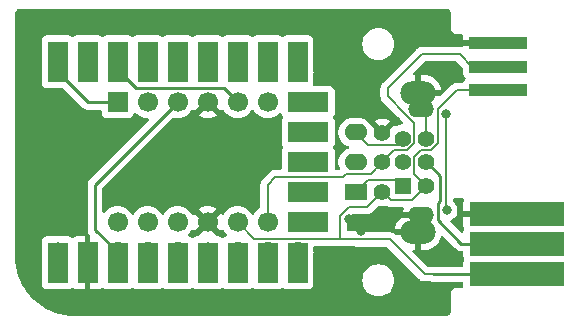
<source format=gtl>
G04 #@! TF.GenerationSoftware,KiCad,Pcbnew,7.0.2*
G04 #@! TF.CreationDate,2024-01-20T07:38:39+00:00*
G04 #@! TF.ProjectId,game-boy-zero-link-board,67616d65-2d62-46f7-992d-7a65726f2d6c,rev?*
G04 #@! TF.SameCoordinates,Original*
G04 #@! TF.FileFunction,Copper,L1,Top*
G04 #@! TF.FilePolarity,Positive*
%FSLAX46Y46*%
G04 Gerber Fmt 4.6, Leading zero omitted, Abs format (unit mm)*
G04 Created by KiCad (PCBNEW 7.0.2) date 2024-01-20 07:38:39*
%MOMM*%
%LPD*%
G01*
G04 APERTURE LIST*
G04 #@! TA.AperFunction,ConnectorPad*
%ADD10R,8.000000X2.000000*%
G04 #@! TD*
G04 #@! TA.AperFunction,ConnectorPad*
%ADD11R,5.000000X1.000000*%
G04 #@! TD*
G04 #@! TA.AperFunction,ComponentPad*
%ADD12C,1.700000*%
G04 #@! TD*
G04 #@! TA.AperFunction,SMDPad,CuDef*
%ADD13R,1.700000X3.500000*%
G04 #@! TD*
G04 #@! TA.AperFunction,ComponentPad*
%ADD14O,1.700000X1.700000*%
G04 #@! TD*
G04 #@! TA.AperFunction,SMDPad,CuDef*
%ADD15R,3.500000X1.700000*%
G04 #@! TD*
G04 #@! TA.AperFunction,ComponentPad*
%ADD16R,1.700000X1.700000*%
G04 #@! TD*
G04 #@! TA.AperFunction,ComponentPad*
%ADD17R,1.940000X1.400000*%
G04 #@! TD*
G04 #@! TA.AperFunction,ComponentPad*
%ADD18R,1.400000X1.400000*%
G04 #@! TD*
G04 #@! TA.AperFunction,ComponentPad*
%ADD19C,1.400000*%
G04 #@! TD*
G04 #@! TA.AperFunction,ComponentPad*
%ADD20O,1.940000X1.400000*%
G04 #@! TD*
G04 #@! TA.AperFunction,ComponentPad*
%ADD21O,3.000000X2.000000*%
G04 #@! TD*
G04 #@! TA.AperFunction,ComponentPad*
%ADD22O,2.200000X1.400000*%
G04 #@! TD*
G04 #@! TA.AperFunction,ViaPad*
%ADD23C,0.800000*%
G04 #@! TD*
G04 #@! TA.AperFunction,Conductor*
%ADD24C,0.200000*%
G04 #@! TD*
G04 #@! TA.AperFunction,Conductor*
%ADD25C,0.250000*%
G04 #@! TD*
G04 #@! TA.AperFunction,Conductor*
%ADD26C,0.500000*%
G04 #@! TD*
G04 APERTURE END LIST*
D10*
X111260000Y-105385000D03*
X111260000Y-102785000D03*
X111260000Y-100285000D03*
D11*
X109710000Y-89785000D03*
X109710000Y-87785000D03*
X109710000Y-85785000D03*
D12*
X72390000Y-88265000D03*
D13*
X72390000Y-87365000D03*
D14*
X74930000Y-88265000D03*
D13*
X74930000Y-87365000D03*
D12*
X77470000Y-88265000D03*
D13*
X77470000Y-87365000D03*
D14*
X80010000Y-88265000D03*
D13*
X80010000Y-87365000D03*
D14*
X82550000Y-88265000D03*
D13*
X82550000Y-87365000D03*
D14*
X85090000Y-88265000D03*
D13*
X85090000Y-87365000D03*
D14*
X87630000Y-88265000D03*
D13*
X87630000Y-87365000D03*
D12*
X90170000Y-88265000D03*
D13*
X90170000Y-87365000D03*
D14*
X92710000Y-88265000D03*
D13*
X92710000Y-87365000D03*
D14*
X92710000Y-90805000D03*
D15*
X93610000Y-90805000D03*
D14*
X92710000Y-93345000D03*
D15*
X93610000Y-93345000D03*
D14*
X92710000Y-95885000D03*
D15*
X93610000Y-95885000D03*
D12*
X92710000Y-98425000D03*
D15*
X93610000Y-98425000D03*
D14*
X92710000Y-100965000D03*
D15*
X93610000Y-100965000D03*
D14*
X92710000Y-103505000D03*
D13*
X92710000Y-104405000D03*
D14*
X90170000Y-103505000D03*
D13*
X90170000Y-104405000D03*
D14*
X87630000Y-103505000D03*
D13*
X87630000Y-104405000D03*
D12*
X85090000Y-103505000D03*
D13*
X85090000Y-104405000D03*
D14*
X82550000Y-103505000D03*
D13*
X82550000Y-104405000D03*
D14*
X80010000Y-103505000D03*
D13*
X80010000Y-104405000D03*
D14*
X77470000Y-103505000D03*
D13*
X77470000Y-104405000D03*
D16*
X74930000Y-103505000D03*
D13*
X74930000Y-104405000D03*
D12*
X72390000Y-103505000D03*
D13*
X72390000Y-104405000D03*
D16*
X77470000Y-90805000D03*
D12*
X80010000Y-90805000D03*
X82550000Y-90805000D03*
X85090000Y-90805000D03*
X87630000Y-90805000D03*
X90170000Y-90805000D03*
X77470000Y-100965000D03*
X80010000Y-100965000D03*
X82550000Y-100965000D03*
X85090000Y-100965000D03*
X87630000Y-100965000D03*
X90170000Y-100965000D03*
D17*
X97630000Y-98405000D03*
D18*
X101600000Y-97885000D03*
D19*
X99900000Y-98385000D03*
X103600000Y-97885000D03*
D20*
X97630000Y-95885000D03*
D19*
X101600000Y-95885000D03*
X99900000Y-95885000D03*
X103600000Y-95885000D03*
D20*
X97630000Y-93365000D03*
D19*
X101600000Y-93885000D03*
X99900000Y-93385000D03*
X103600000Y-93885000D03*
D21*
X102900000Y-90010000D03*
X102900000Y-101810000D03*
D22*
X103200000Y-91385000D03*
X103200000Y-100385000D03*
D23*
X105349500Y-99949000D03*
X105299500Y-91821000D03*
X98044000Y-101727000D03*
X97028000Y-100711000D03*
X106172000Y-100965000D03*
D24*
X98650000Y-97385000D02*
X97630000Y-98405000D01*
X101600000Y-97885000D02*
X101100000Y-97385000D01*
X101100000Y-97385000D02*
X98650000Y-97385000D01*
X105349500Y-99949000D02*
X105299500Y-99899000D01*
X105299500Y-99899000D02*
X105299500Y-91821000D01*
X97028000Y-99695000D02*
X96266000Y-100457000D01*
X104600000Y-91361000D02*
X104600000Y-94299214D01*
X100600000Y-99085000D02*
X99900000Y-98385000D01*
X103470000Y-105375000D02*
X104140000Y-105375000D01*
X103185786Y-94885000D02*
X102600000Y-95470786D01*
X103600000Y-97885000D02*
X102400000Y-99085000D01*
X89013478Y-102348478D02*
X96266000Y-102348478D01*
X102400000Y-99085000D02*
X100600000Y-99085000D01*
X104014214Y-94885000D02*
X103185786Y-94885000D01*
X102600000Y-96885000D02*
X103600000Y-97885000D01*
X108915000Y-89775000D02*
X106186000Y-89775000D01*
D25*
X104140000Y-105375000D02*
X110465000Y-105375000D01*
D24*
X106186000Y-89775000D02*
X104600000Y-91361000D01*
X96266000Y-100457000D02*
X96266000Y-102348478D01*
X96266000Y-102348478D02*
X97675528Y-102348478D01*
X97675528Y-102348478D02*
X97754050Y-102427000D01*
X87630000Y-100965000D02*
X89013478Y-102348478D01*
X104600000Y-94299214D02*
X104014214Y-94885000D01*
X99900000Y-98385000D02*
X98590000Y-99695000D01*
X97754050Y-102427000D02*
X100522000Y-102427000D01*
X100522000Y-102427000D02*
X103470000Y-105375000D01*
X102600000Y-95470786D02*
X102600000Y-96885000D01*
X98590000Y-99695000D02*
X97028000Y-99695000D01*
X108905000Y-87785000D02*
X107470000Y-87785000D01*
X100330000Y-89634261D02*
X100330000Y-90297000D01*
D25*
X103632000Y-95885000D02*
X104775000Y-97028000D01*
D24*
X96790000Y-96885000D02*
X98900000Y-96885000D01*
X100330000Y-90297000D02*
X101800000Y-91767000D01*
X101800000Y-91767000D02*
X101800000Y-91799214D01*
X102600000Y-94299214D02*
X102014214Y-94885000D01*
X102418000Y-92385000D02*
X102600000Y-92567000D01*
D25*
X104775000Y-97028000D02*
X104775000Y-99187000D01*
D24*
X102014214Y-94885000D02*
X100900000Y-94885000D01*
X103223261Y-86741000D02*
X100330000Y-89634261D01*
X102385786Y-92385000D02*
X102418000Y-92385000D01*
X106426000Y-86741000D02*
X103223261Y-86741000D01*
X100900000Y-94885000D02*
X99900000Y-95885000D01*
X90170000Y-97790000D02*
X90805000Y-97155000D01*
X98900000Y-96885000D02*
X99900000Y-95885000D01*
D25*
X104624500Y-100814500D02*
X106585000Y-102775000D01*
D24*
X107470000Y-87785000D02*
X106426000Y-86741000D01*
X102600000Y-92567000D02*
X102600000Y-94299214D01*
X108915000Y-87775000D02*
X108905000Y-87785000D01*
X96520000Y-97155000D02*
X96790000Y-96885000D01*
X101800000Y-91799214D02*
X102385786Y-92385000D01*
D25*
X103600000Y-95885000D02*
X103632000Y-95885000D01*
D24*
X90805000Y-97155000D02*
X96520000Y-97155000D01*
X90170000Y-100965000D02*
X90170000Y-97790000D01*
D25*
X104775000Y-99187000D02*
X104624500Y-99337500D01*
X106585000Y-102775000D02*
X110465000Y-102775000D01*
X104624500Y-99337500D02*
X104624500Y-100814500D01*
D24*
X98650000Y-94385000D02*
X101100000Y-94385000D01*
X97630000Y-93365000D02*
X98650000Y-94385000D01*
D25*
X75565000Y-97790000D02*
X82550000Y-90805000D01*
X77470000Y-103505000D02*
X75565000Y-101600000D01*
X75565000Y-101600000D02*
X75565000Y-97790000D01*
X77470000Y-90805000D02*
X74930000Y-90805000D01*
X74930000Y-90805000D02*
X72390000Y-88265000D01*
D24*
X103200000Y-91385000D02*
X103200000Y-90310000D01*
X106852000Y-100285000D02*
X106172000Y-100965000D01*
D26*
X109710000Y-85785000D02*
X105470000Y-85785000D01*
X111260000Y-100285000D02*
X106852000Y-100285000D01*
D24*
X103200000Y-90310000D02*
X102900000Y-90010000D01*
X103200000Y-101510000D02*
X102900000Y-101810000D01*
X103600000Y-91785000D02*
X103200000Y-91385000D01*
X103200000Y-100385000D02*
X103200000Y-101510000D01*
X103600000Y-93885000D02*
X103600000Y-91785000D01*
D25*
X77470000Y-88265000D02*
X77660000Y-88265000D01*
X77660000Y-88265000D02*
X79025000Y-89630000D01*
X79025000Y-89630000D02*
X86455000Y-89630000D01*
X86455000Y-89630000D02*
X87630000Y-90805000D01*
G04 #@! TA.AperFunction,Conductor*
G36*
X105313058Y-82886561D02*
G01*
X105348134Y-82891178D01*
X105392214Y-82896982D01*
X105423479Y-82905359D01*
X105489665Y-82932774D01*
X105517699Y-82948960D01*
X105574537Y-82992574D01*
X105597425Y-83015462D01*
X105641039Y-83072300D01*
X105657225Y-83100335D01*
X105684639Y-83166519D01*
X105693017Y-83197786D01*
X105703438Y-83276941D01*
X105704499Y-83293126D01*
X105704499Y-84487699D01*
X105704500Y-84487704D01*
X105704500Y-84606959D01*
X105712190Y-84633152D01*
X105715947Y-84650425D01*
X105719835Y-84677456D01*
X105731173Y-84702282D01*
X105737354Y-84718856D01*
X105745045Y-84745048D01*
X105745046Y-84745050D01*
X105745047Y-84745052D01*
X105759810Y-84768024D01*
X105768283Y-84783542D01*
X105779622Y-84808371D01*
X105797495Y-84828997D01*
X105808097Y-84843161D01*
X105822855Y-84866126D01*
X105843487Y-84884004D01*
X105855992Y-84896509D01*
X105873872Y-84917142D01*
X105896836Y-84931900D01*
X105911002Y-84942504D01*
X105931625Y-84960375D01*
X105931626Y-84960375D01*
X105931627Y-84960376D01*
X105956455Y-84971714D01*
X105971977Y-84980191D01*
X105994944Y-84994951D01*
X106021135Y-85002641D01*
X106037713Y-85008825D01*
X106058191Y-85018176D01*
X106062543Y-85020164D01*
X106089570Y-85024050D01*
X106106849Y-85027809D01*
X106133039Y-85035499D01*
X106593636Y-85035499D01*
X106660675Y-85055184D01*
X106706430Y-85107988D01*
X106716925Y-85172755D01*
X106710354Y-85233869D01*
X106710000Y-85240481D01*
X106709999Y-85534999D01*
X106710000Y-85535000D01*
X107170391Y-85535000D01*
X107168118Y-86035000D01*
X106710000Y-86035000D01*
X106708466Y-86036533D01*
X106690315Y-86098351D01*
X106637511Y-86144106D01*
X106569815Y-86154251D01*
X106465361Y-86140500D01*
X106426000Y-86135317D01*
X106398163Y-86138982D01*
X106394697Y-86139439D01*
X106378513Y-86140500D01*
X103270748Y-86140500D01*
X103254563Y-86139439D01*
X103250637Y-86138922D01*
X103223260Y-86135317D01*
X103188002Y-86139959D01*
X103183900Y-86140500D01*
X103125199Y-86148228D01*
X103066498Y-86155956D01*
X102920422Y-86216462D01*
X102870243Y-86254965D01*
X102794979Y-86312718D01*
X102794977Y-86312719D01*
X102794976Y-86312721D01*
X102775751Y-86337774D01*
X102765059Y-86349965D01*
X99938965Y-89176059D01*
X99926773Y-89186752D01*
X99901718Y-89205978D01*
X99877550Y-89237476D01*
X99805462Y-89331422D01*
X99744956Y-89477498D01*
X99724317Y-89634260D01*
X99728439Y-89665562D01*
X99729500Y-89681748D01*
X99729500Y-90249511D01*
X99728439Y-90265696D01*
X99724317Y-90296999D01*
X99736889Y-90392483D01*
X99744955Y-90453760D01*
X99805464Y-90599841D01*
X99901716Y-90725281D01*
X99926768Y-90744503D01*
X99938964Y-90755199D01*
X101250699Y-92066934D01*
X101265517Y-92089110D01*
X101265526Y-92089104D01*
X101371716Y-92227495D01*
X101396768Y-92246717D01*
X101408964Y-92257413D01*
X101624370Y-92472819D01*
X101657855Y-92534142D01*
X101652871Y-92603834D01*
X101610999Y-92659767D01*
X101545535Y-92684184D01*
X101536689Y-92684500D01*
X101488757Y-92684500D01*
X101379408Y-92704941D01*
X101270058Y-92725382D01*
X101075381Y-92800800D01*
X101005758Y-92806662D01*
X100944018Y-92773952D01*
X100932919Y-92758715D01*
X100931557Y-92759745D01*
X100908860Y-92729690D01*
X100383076Y-93255474D01*
X100359493Y-93175156D01*
X100281761Y-93054202D01*
X100173100Y-92960048D01*
X100042315Y-92900320D01*
X100032533Y-92898913D01*
X100553327Y-92378119D01*
X100437179Y-92306202D01*
X100229801Y-92225864D01*
X100011194Y-92185000D01*
X99788806Y-92185000D01*
X99570198Y-92225864D01*
X99362821Y-92306202D01*
X99246671Y-92378119D01*
X99767466Y-92898913D01*
X99757685Y-92900320D01*
X99626900Y-92960048D01*
X99518239Y-93054202D01*
X99440507Y-93175156D01*
X99416923Y-93255476D01*
X98973487Y-92812040D01*
X98955741Y-92789636D01*
X98937233Y-92759745D01*
X98862124Y-92638438D01*
X98797000Y-92567000D01*
X98712237Y-92474019D01*
X98534688Y-92339941D01*
X98335526Y-92240769D01*
X98121537Y-92179885D01*
X97958363Y-92164765D01*
X97958362Y-92164764D01*
X97955503Y-92164500D01*
X97304497Y-92164500D01*
X97301638Y-92164764D01*
X97301636Y-92164765D01*
X97138462Y-92179885D01*
X96924473Y-92240769D01*
X96725311Y-92339941D01*
X96547762Y-92474019D01*
X96397875Y-92638437D01*
X96280754Y-92827595D01*
X96243842Y-92922876D01*
X96200382Y-93035060D01*
X96159500Y-93253757D01*
X96159500Y-93476243D01*
X96200382Y-93694940D01*
X96235078Y-93784500D01*
X96280754Y-93902404D01*
X96397875Y-94091562D01*
X96547762Y-94255980D01*
X96725311Y-94390058D01*
X96924473Y-94489230D01*
X96982479Y-94505734D01*
X97041573Y-94543013D01*
X97071130Y-94606323D01*
X97061768Y-94675562D01*
X97016458Y-94728749D01*
X96982479Y-94744266D01*
X96924473Y-94760769D01*
X96725311Y-94859941D01*
X96547762Y-94994019D01*
X96397875Y-95158437D01*
X96280754Y-95347595D01*
X96200382Y-95555060D01*
X96159500Y-95773757D01*
X96159500Y-95996243D01*
X96200382Y-96214940D01*
X96200383Y-96214944D01*
X96266537Y-96385706D01*
X96272400Y-96455329D01*
X96239690Y-96517069D01*
X96178794Y-96551324D01*
X96150911Y-96554500D01*
X95984500Y-96554500D01*
X95917461Y-96534815D01*
X95871706Y-96482011D01*
X95860500Y-96430500D01*
X95860499Y-94990439D01*
X95860499Y-94987128D01*
X95854091Y-94927517D01*
X95803796Y-94792669D01*
X95726421Y-94689309D01*
X95702005Y-94623846D01*
X95716857Y-94555573D01*
X95726422Y-94540689D01*
X95764945Y-94489229D01*
X95803796Y-94437331D01*
X95854091Y-94302483D01*
X95860500Y-94242873D01*
X95860499Y-92447128D01*
X95854091Y-92387517D01*
X95803796Y-92252669D01*
X95726421Y-92149310D01*
X95702005Y-92083846D01*
X95716857Y-92015573D01*
X95726422Y-92000689D01*
X95742958Y-91978600D01*
X95803796Y-91897331D01*
X95854091Y-91762483D01*
X95860500Y-91702873D01*
X95860499Y-89907128D01*
X95854091Y-89847517D01*
X95803796Y-89712669D01*
X95717546Y-89597454D01*
X95602331Y-89511204D01*
X95467483Y-89460909D01*
X95407873Y-89454500D01*
X95404551Y-89454500D01*
X94146148Y-89454500D01*
X94079109Y-89434815D01*
X94033354Y-89382011D01*
X94023410Y-89312853D01*
X94029966Y-89287167D01*
X94054090Y-89222485D01*
X94054089Y-89222485D01*
X94054091Y-89222483D01*
X94060500Y-89162873D01*
X94060499Y-88329382D01*
X94060971Y-88318573D01*
X94062177Y-88304797D01*
X94065659Y-88265000D01*
X94060971Y-88211421D01*
X94060499Y-88200614D01*
X94060499Y-85885000D01*
X98194340Y-85885000D01*
X98214936Y-86120407D01*
X98266466Y-86312718D01*
X98276097Y-86348663D01*
X98375965Y-86562829D01*
X98511505Y-86756401D01*
X98678599Y-86923495D01*
X98872171Y-87059035D01*
X99086337Y-87158903D01*
X99314592Y-87220063D01*
X99491034Y-87235500D01*
X99493742Y-87235500D01*
X99606258Y-87235500D01*
X99608966Y-87235500D01*
X99785408Y-87220063D01*
X100013663Y-87158903D01*
X100227829Y-87059035D01*
X100421401Y-86923495D01*
X100588495Y-86756401D01*
X100724035Y-86562830D01*
X100823903Y-86348663D01*
X100885063Y-86120408D01*
X100905659Y-85885000D01*
X100885063Y-85649592D01*
X100823903Y-85421337D01*
X100724035Y-85207171D01*
X100588495Y-85013599D01*
X100421401Y-84846505D01*
X100227829Y-84710965D01*
X100013663Y-84611097D01*
X99785407Y-84549936D01*
X99611667Y-84534736D01*
X99611659Y-84534735D01*
X99608966Y-84534500D01*
X99491034Y-84534500D01*
X99488341Y-84534735D01*
X99488332Y-84534736D01*
X99314592Y-84549936D01*
X99086336Y-84611097D01*
X98872170Y-84710965D01*
X98678598Y-84846505D01*
X98511508Y-85013595D01*
X98511505Y-85013598D01*
X98511505Y-85013599D01*
X98440606Y-85114854D01*
X98375964Y-85207172D01*
X98276097Y-85421337D01*
X98214936Y-85649592D01*
X98194340Y-85885000D01*
X94060499Y-85885000D01*
X94060499Y-85570439D01*
X94060499Y-85567128D01*
X94054091Y-85507517D01*
X94003796Y-85372669D01*
X93917546Y-85257454D01*
X93802331Y-85171204D01*
X93667483Y-85120909D01*
X93607873Y-85114500D01*
X93604550Y-85114500D01*
X91815439Y-85114500D01*
X91815420Y-85114500D01*
X91812128Y-85114501D01*
X91808848Y-85114853D01*
X91808840Y-85114854D01*
X91752515Y-85120909D01*
X91617667Y-85171204D01*
X91514310Y-85248577D01*
X91448846Y-85272994D01*
X91380573Y-85258142D01*
X91365690Y-85248577D01*
X91262333Y-85171205D01*
X91262331Y-85171204D01*
X91127483Y-85120909D01*
X91067873Y-85114500D01*
X91064550Y-85114500D01*
X89275439Y-85114500D01*
X89275420Y-85114500D01*
X89272128Y-85114501D01*
X89268848Y-85114853D01*
X89268840Y-85114854D01*
X89212515Y-85120909D01*
X89077667Y-85171204D01*
X88974310Y-85248577D01*
X88908846Y-85272994D01*
X88840573Y-85258142D01*
X88825690Y-85248577D01*
X88722333Y-85171205D01*
X88722331Y-85171204D01*
X88587483Y-85120909D01*
X88527873Y-85114500D01*
X88524550Y-85114500D01*
X86735439Y-85114500D01*
X86735420Y-85114500D01*
X86732128Y-85114501D01*
X86728848Y-85114853D01*
X86728840Y-85114854D01*
X86672515Y-85120909D01*
X86537667Y-85171204D01*
X86434310Y-85248577D01*
X86368846Y-85272994D01*
X86300573Y-85258142D01*
X86285690Y-85248577D01*
X86182333Y-85171205D01*
X86182331Y-85171204D01*
X86047483Y-85120909D01*
X85987873Y-85114500D01*
X85984550Y-85114500D01*
X84195439Y-85114500D01*
X84195420Y-85114500D01*
X84192128Y-85114501D01*
X84188848Y-85114853D01*
X84188840Y-85114854D01*
X84132515Y-85120909D01*
X83997667Y-85171204D01*
X83894310Y-85248577D01*
X83828846Y-85272994D01*
X83760573Y-85258142D01*
X83745690Y-85248577D01*
X83642333Y-85171205D01*
X83642331Y-85171204D01*
X83507483Y-85120909D01*
X83447873Y-85114500D01*
X83444550Y-85114500D01*
X81655439Y-85114500D01*
X81655420Y-85114500D01*
X81652128Y-85114501D01*
X81648848Y-85114853D01*
X81648840Y-85114854D01*
X81592515Y-85120909D01*
X81457667Y-85171204D01*
X81354310Y-85248577D01*
X81288846Y-85272994D01*
X81220573Y-85258142D01*
X81205690Y-85248577D01*
X81102333Y-85171205D01*
X81102331Y-85171204D01*
X80967483Y-85120909D01*
X80907873Y-85114500D01*
X80904550Y-85114500D01*
X79115439Y-85114500D01*
X79115420Y-85114500D01*
X79112128Y-85114501D01*
X79108848Y-85114853D01*
X79108840Y-85114854D01*
X79052515Y-85120909D01*
X78917667Y-85171204D01*
X78814310Y-85248577D01*
X78748846Y-85272994D01*
X78680573Y-85258142D01*
X78665690Y-85248577D01*
X78562333Y-85171205D01*
X78562331Y-85171204D01*
X78427483Y-85120909D01*
X78367873Y-85114500D01*
X78364550Y-85114500D01*
X76575439Y-85114500D01*
X76575420Y-85114500D01*
X76572128Y-85114501D01*
X76568848Y-85114853D01*
X76568840Y-85114854D01*
X76512515Y-85120909D01*
X76377667Y-85171204D01*
X76274310Y-85248577D01*
X76208846Y-85272994D01*
X76140573Y-85258142D01*
X76125690Y-85248577D01*
X76022333Y-85171205D01*
X76022331Y-85171204D01*
X75887483Y-85120909D01*
X75827873Y-85114500D01*
X75824550Y-85114500D01*
X74035439Y-85114500D01*
X74035420Y-85114500D01*
X74032128Y-85114501D01*
X74028848Y-85114853D01*
X74028840Y-85114854D01*
X73972515Y-85120909D01*
X73837667Y-85171204D01*
X73734310Y-85248577D01*
X73668846Y-85272994D01*
X73600573Y-85258142D01*
X73585690Y-85248577D01*
X73482333Y-85171205D01*
X73482331Y-85171204D01*
X73347483Y-85120909D01*
X73287873Y-85114500D01*
X73284550Y-85114500D01*
X71495439Y-85114500D01*
X71495420Y-85114500D01*
X71492128Y-85114501D01*
X71488848Y-85114853D01*
X71488840Y-85114854D01*
X71432515Y-85120909D01*
X71297669Y-85171204D01*
X71182454Y-85257454D01*
X71096204Y-85372668D01*
X71045910Y-85507515D01*
X71045909Y-85507517D01*
X71039500Y-85567127D01*
X71039500Y-85570449D01*
X71039500Y-88200614D01*
X71039028Y-88211421D01*
X71034340Y-88265000D01*
X71039028Y-88318579D01*
X71039500Y-88329386D01*
X71039500Y-89159560D01*
X71039500Y-89159578D01*
X71039501Y-89162872D01*
X71039853Y-89166152D01*
X71039854Y-89166159D01*
X71045909Y-89222484D01*
X71051371Y-89237128D01*
X71096204Y-89357331D01*
X71182454Y-89472546D01*
X71297669Y-89558796D01*
X71432517Y-89609091D01*
X71492127Y-89615500D01*
X72325613Y-89615499D01*
X72336422Y-89615971D01*
X72390000Y-89620659D01*
X72443578Y-89615971D01*
X72454387Y-89615499D01*
X72804546Y-89615499D01*
X72871585Y-89635184D01*
X72892227Y-89651818D01*
X74429196Y-91188787D01*
X74442096Y-91204888D01*
X74493223Y-91252900D01*
X74496020Y-91255611D01*
X74515529Y-91275120D01*
X74518709Y-91277587D01*
X74527571Y-91285155D01*
X74532389Y-91289680D01*
X74559418Y-91315062D01*
X74576970Y-91324711D01*
X74593238Y-91335397D01*
X74609064Y-91347673D01*
X74649146Y-91365017D01*
X74659633Y-91370155D01*
X74697907Y-91391197D01*
X74706410Y-91393379D01*
X74717308Y-91396178D01*
X74735713Y-91402478D01*
X74754104Y-91410437D01*
X74797250Y-91417270D01*
X74808668Y-91419635D01*
X74850981Y-91430500D01*
X74871016Y-91430500D01*
X74890415Y-91432027D01*
X74910196Y-91435160D01*
X74953674Y-91431050D01*
X74965344Y-91430500D01*
X75995501Y-91430500D01*
X76062540Y-91450185D01*
X76108295Y-91502989D01*
X76119501Y-91554500D01*
X76119501Y-91702872D01*
X76119853Y-91706152D01*
X76119854Y-91706159D01*
X76125909Y-91762484D01*
X76143614Y-91809952D01*
X76176204Y-91897331D01*
X76262454Y-92012546D01*
X76377669Y-92098796D01*
X76512517Y-92149091D01*
X76572127Y-92155500D01*
X78367872Y-92155499D01*
X78427483Y-92149091D01*
X78562331Y-92098796D01*
X78677546Y-92012546D01*
X78763796Y-91897331D01*
X78812810Y-91765916D01*
X78854681Y-91709983D01*
X78920146Y-91685566D01*
X78988419Y-91700418D01*
X79016672Y-91721568D01*
X79138599Y-91843495D01*
X79332170Y-91979035D01*
X79546337Y-92078903D01*
X79753558Y-92134427D01*
X79774592Y-92140063D01*
X80020727Y-92161598D01*
X80085795Y-92187051D01*
X80126774Y-92243641D01*
X80130652Y-92313403D01*
X80097600Y-92372807D01*
X75181208Y-97289199D01*
X75165110Y-97302096D01*
X75117096Y-97353225D01*
X75114392Y-97356016D01*
X75097628Y-97372780D01*
X75097621Y-97372787D01*
X75094880Y-97375529D01*
X75092499Y-97378597D01*
X75092490Y-97378608D01*
X75092411Y-97378711D01*
X75084842Y-97387572D01*
X75054935Y-97419420D01*
X75045285Y-97436974D01*
X75034609Y-97453228D01*
X75022326Y-97469063D01*
X75004975Y-97509158D01*
X74999838Y-97519644D01*
X74978802Y-97557907D01*
X74973821Y-97577309D01*
X74967520Y-97595711D01*
X74959561Y-97614102D01*
X74952728Y-97657242D01*
X74950360Y-97668674D01*
X74939500Y-97710977D01*
X74939500Y-97731016D01*
X74937973Y-97750414D01*
X74934840Y-97770194D01*
X74938950Y-97813673D01*
X74939500Y-97825343D01*
X74939500Y-101517256D01*
X74937235Y-101537766D01*
X74939439Y-101607872D01*
X74939500Y-101611767D01*
X74939500Y-101639350D01*
X74939988Y-101643219D01*
X74939989Y-101643225D01*
X74940004Y-101643343D01*
X74940918Y-101654967D01*
X74942290Y-101698626D01*
X74947879Y-101717860D01*
X74951825Y-101736916D01*
X74954335Y-101756792D01*
X74970414Y-101797404D01*
X74974197Y-101808451D01*
X74986382Y-101850391D01*
X74996580Y-101867635D01*
X75005136Y-101885100D01*
X75012514Y-101903732D01*
X75012515Y-101903733D01*
X75038180Y-101939059D01*
X75044593Y-101948822D01*
X75066826Y-101986416D01*
X75066829Y-101986419D01*
X75066830Y-101986420D01*
X75080995Y-102000585D01*
X75093627Y-102015375D01*
X75105406Y-102031587D01*
X75115956Y-102040315D01*
X75135040Y-102056102D01*
X75174148Y-102114001D01*
X75180000Y-102151646D01*
X75180000Y-103058505D01*
X75075161Y-103010627D01*
X74966473Y-102995000D01*
X74893527Y-102995000D01*
X74784839Y-103010627D01*
X74680000Y-103058505D01*
X74680000Y-102155000D01*
X74035482Y-102155000D01*
X74028867Y-102155354D01*
X73972628Y-102161400D01*
X73837908Y-102211648D01*
X73734726Y-102288890D01*
X73669262Y-102313307D01*
X73600989Y-102298455D01*
X73586111Y-102288894D01*
X73482331Y-102211204D01*
X73347483Y-102160909D01*
X73295816Y-102155354D01*
X73291166Y-102154854D01*
X73291165Y-102154853D01*
X73287873Y-102154500D01*
X73284551Y-102154500D01*
X72454383Y-102154500D01*
X72443576Y-102154028D01*
X72440170Y-102153730D01*
X72389999Y-102149340D01*
X72336422Y-102154028D01*
X72325615Y-102154500D01*
X71495439Y-102154500D01*
X71495420Y-102154500D01*
X71492128Y-102154501D01*
X71488848Y-102154853D01*
X71488840Y-102154854D01*
X71432515Y-102160909D01*
X71297669Y-102211204D01*
X71182454Y-102297454D01*
X71096204Y-102412668D01*
X71096203Y-102412669D01*
X71096204Y-102412669D01*
X71045909Y-102547517D01*
X71039500Y-102607127D01*
X71039500Y-102610449D01*
X71039500Y-103440618D01*
X71039028Y-103451426D01*
X71034340Y-103504999D01*
X71039028Y-103558573D01*
X71039500Y-103569381D01*
X71039500Y-106199560D01*
X71039500Y-106199578D01*
X71039501Y-106202872D01*
X71039853Y-106206152D01*
X71039854Y-106206159D01*
X71045909Y-106262484D01*
X71048301Y-106268896D01*
X71096204Y-106397331D01*
X71182454Y-106512546D01*
X71297669Y-106598796D01*
X71432517Y-106649091D01*
X71492127Y-106655500D01*
X73287872Y-106655499D01*
X73347483Y-106649091D01*
X73482331Y-106598796D01*
X73586107Y-106521108D01*
X73651569Y-106496692D01*
X73719842Y-106511543D01*
X73734727Y-106521109D01*
X73837911Y-106598352D01*
X73972628Y-106648599D01*
X74028867Y-106654645D01*
X74035482Y-106655000D01*
X74680000Y-106655000D01*
X74680000Y-103951494D01*
X74784839Y-103999373D01*
X74893527Y-104015000D01*
X74966473Y-104015000D01*
X75075161Y-103999373D01*
X75180000Y-103951494D01*
X75180000Y-106655000D01*
X75824518Y-106655000D01*
X75831132Y-106654645D01*
X75887371Y-106648599D01*
X76022089Y-106598352D01*
X76125270Y-106521110D01*
X76190734Y-106496692D01*
X76259008Y-106511543D01*
X76273890Y-106521107D01*
X76377669Y-106598796D01*
X76512517Y-106649091D01*
X76572127Y-106655500D01*
X78367872Y-106655499D01*
X78427483Y-106649091D01*
X78562331Y-106598796D01*
X78665689Y-106521421D01*
X78731154Y-106497005D01*
X78799427Y-106511857D01*
X78814309Y-106521421D01*
X78917669Y-106598796D01*
X79052517Y-106649091D01*
X79112127Y-106655500D01*
X80907872Y-106655499D01*
X80967483Y-106649091D01*
X81102331Y-106598796D01*
X81205689Y-106521421D01*
X81271154Y-106497005D01*
X81339427Y-106511857D01*
X81354309Y-106521421D01*
X81457669Y-106598796D01*
X81592517Y-106649091D01*
X81652127Y-106655500D01*
X83447872Y-106655499D01*
X83507483Y-106649091D01*
X83642331Y-106598796D01*
X83745689Y-106521421D01*
X83811154Y-106497005D01*
X83879427Y-106511857D01*
X83894309Y-106521421D01*
X83997669Y-106598796D01*
X84132517Y-106649091D01*
X84192127Y-106655500D01*
X85987872Y-106655499D01*
X86047483Y-106649091D01*
X86182331Y-106598796D01*
X86285689Y-106521421D01*
X86351154Y-106497005D01*
X86419427Y-106511857D01*
X86434309Y-106521421D01*
X86537669Y-106598796D01*
X86672517Y-106649091D01*
X86732127Y-106655500D01*
X88527872Y-106655499D01*
X88587483Y-106649091D01*
X88722331Y-106598796D01*
X88825689Y-106521421D01*
X88891154Y-106497005D01*
X88959427Y-106511857D01*
X88974309Y-106521421D01*
X89077669Y-106598796D01*
X89212517Y-106649091D01*
X89272127Y-106655500D01*
X91067872Y-106655499D01*
X91127483Y-106649091D01*
X91262331Y-106598796D01*
X91365689Y-106521421D01*
X91431154Y-106497005D01*
X91499427Y-106511857D01*
X91514309Y-106521421D01*
X91617669Y-106598796D01*
X91752517Y-106649091D01*
X91812127Y-106655500D01*
X93607872Y-106655499D01*
X93667483Y-106649091D01*
X93802331Y-106598796D01*
X93917546Y-106512546D01*
X94003796Y-106397331D01*
X94054091Y-106262483D01*
X94060500Y-106202873D01*
X94060500Y-105884999D01*
X98194340Y-105884999D01*
X98214936Y-106120407D01*
X98253546Y-106264501D01*
X98276097Y-106348663D01*
X98375965Y-106562829D01*
X98511505Y-106756401D01*
X98678599Y-106923495D01*
X98872171Y-107059035D01*
X99086337Y-107158903D01*
X99314592Y-107220063D01*
X99491034Y-107235500D01*
X99493742Y-107235500D01*
X99606258Y-107235500D01*
X99608966Y-107235500D01*
X99785408Y-107220063D01*
X100013663Y-107158903D01*
X100227829Y-107059035D01*
X100421401Y-106923495D01*
X100588495Y-106756401D01*
X100724035Y-106562830D01*
X100823903Y-106348663D01*
X100885063Y-106120408D01*
X100905659Y-105885000D01*
X100885063Y-105649592D01*
X100823903Y-105421337D01*
X100724035Y-105207171D01*
X100588495Y-105013599D01*
X100421401Y-104846505D01*
X100227829Y-104710965D01*
X100013663Y-104611097D01*
X99785407Y-104549936D01*
X99611667Y-104534736D01*
X99611659Y-104534735D01*
X99608966Y-104534500D01*
X99491034Y-104534500D01*
X99488341Y-104534735D01*
X99488332Y-104534736D01*
X99314592Y-104549936D01*
X99086336Y-104611097D01*
X98872170Y-104710965D01*
X98678598Y-104846505D01*
X98511508Y-105013595D01*
X98511505Y-105013598D01*
X98511505Y-105013599D01*
X98438948Y-105117222D01*
X98375964Y-105207172D01*
X98276097Y-105421337D01*
X98214936Y-105649592D01*
X98194340Y-105884999D01*
X94060500Y-105884999D01*
X94060499Y-103569381D01*
X94060971Y-103558578D01*
X94060972Y-103558573D01*
X94065659Y-103505000D01*
X94060971Y-103451418D01*
X94060499Y-103440610D01*
X94060499Y-103072978D01*
X94080184Y-103005939D01*
X94132988Y-102960184D01*
X94184499Y-102948978D01*
X96218513Y-102948978D01*
X96234697Y-102950038D01*
X96266000Y-102954160D01*
X96297302Y-102950038D01*
X96313487Y-102948978D01*
X97420369Y-102948978D01*
X97467820Y-102958416D01*
X97597288Y-103012044D01*
X97675669Y-103022363D01*
X97754049Y-103032682D01*
X97754049Y-103032681D01*
X97754050Y-103032682D01*
X97785352Y-103028560D01*
X97801537Y-103027500D01*
X100221903Y-103027500D01*
X100288942Y-103047185D01*
X100309584Y-103063819D01*
X103011799Y-105766034D01*
X103022494Y-105778229D01*
X103041718Y-105803282D01*
X103082525Y-105834594D01*
X103167159Y-105899536D01*
X103313238Y-105960044D01*
X103470000Y-105980683D01*
X103501308Y-105976560D01*
X103517494Y-105975500D01*
X103947950Y-105975500D01*
X103978788Y-105979396D01*
X104060980Y-106000500D01*
X104060981Y-106000500D01*
X106635501Y-106000500D01*
X106702540Y-106020185D01*
X106748295Y-106072989D01*
X106759501Y-106124500D01*
X106759501Y-106410499D01*
X106739816Y-106477538D01*
X106687012Y-106523293D01*
X106635501Y-106534499D01*
X106133039Y-106534499D01*
X106106844Y-106542189D01*
X106089567Y-106545947D01*
X106062541Y-106549833D01*
X106037711Y-106561173D01*
X106021140Y-106567354D01*
X105994947Y-106575045D01*
X105971979Y-106589805D01*
X105956463Y-106598277D01*
X105931629Y-106609619D01*
X105910998Y-106627496D01*
X105896842Y-106638093D01*
X105873871Y-106652856D01*
X105855992Y-106673489D01*
X105843490Y-106685991D01*
X105822857Y-106703870D01*
X105808094Y-106726841D01*
X105797497Y-106740997D01*
X105779620Y-106761628D01*
X105768278Y-106786462D01*
X105759806Y-106801978D01*
X105745046Y-106824946D01*
X105737355Y-106851139D01*
X105731174Y-106867710D01*
X105719834Y-106892540D01*
X105715948Y-106919566D01*
X105712190Y-106936843D01*
X105704500Y-106963037D01*
X105704500Y-108476872D01*
X105703439Y-108493059D01*
X105693017Y-108572215D01*
X105684639Y-108603480D01*
X105657225Y-108669664D01*
X105641039Y-108697699D01*
X105597425Y-108754537D01*
X105574537Y-108777425D01*
X105517699Y-108821039D01*
X105489664Y-108837225D01*
X105423480Y-108864639D01*
X105392215Y-108873017D01*
X105329008Y-108881339D01*
X105313057Y-108883439D01*
X105296873Y-108884500D01*
X73812558Y-108884500D01*
X73807434Y-108884394D01*
X73402271Y-108867638D01*
X73392057Y-108866792D01*
X72992196Y-108816949D01*
X72982087Y-108815262D01*
X72587712Y-108732570D01*
X72577777Y-108730054D01*
X72191574Y-108615077D01*
X72181881Y-108611749D01*
X71806496Y-108465272D01*
X71797111Y-108461155D01*
X71435117Y-108284187D01*
X71426103Y-108279310D01*
X71079933Y-108073038D01*
X71071353Y-108067432D01*
X70743410Y-107833285D01*
X70735323Y-107826990D01*
X70427842Y-107566567D01*
X70420302Y-107559626D01*
X70135373Y-107274697D01*
X70128432Y-107267157D01*
X70089570Y-107221273D01*
X69868004Y-106959670D01*
X69861714Y-106951589D01*
X69841655Y-106923495D01*
X69627563Y-106623640D01*
X69621961Y-106615066D01*
X69618715Y-106609619D01*
X69415689Y-106268896D01*
X69410812Y-106259882D01*
X69233844Y-105897888D01*
X69229727Y-105888503D01*
X69083999Y-105515037D01*
X69083245Y-105513106D01*
X69079926Y-105503439D01*
X68964941Y-105117209D01*
X68962432Y-105107301D01*
X68879734Y-104712898D01*
X68878052Y-104702818D01*
X68828205Y-104302921D01*
X68827362Y-104292748D01*
X68810604Y-103887564D01*
X68810498Y-103882440D01*
X68810498Y-93554202D01*
X68810498Y-83293112D01*
X68811557Y-83276958D01*
X68821983Y-83197779D01*
X68830359Y-83166522D01*
X68857776Y-83100331D01*
X68873960Y-83072300D01*
X68917574Y-83015462D01*
X68940462Y-82992574D01*
X68997300Y-82948960D01*
X69025331Y-82932776D01*
X69091522Y-82905359D01*
X69122783Y-82896982D01*
X69178781Y-82889610D01*
X69201942Y-82886561D01*
X69218127Y-82885500D01*
X69275892Y-82885500D01*
X105239108Y-82885500D01*
X105296873Y-82885500D01*
X105313058Y-82886561D01*
G37*
G04 #@! TD.AperFunction*
G04 #@! TA.AperFunction,Conductor*
G36*
X84630507Y-101174844D02*
G01*
X84708239Y-101295798D01*
X84816900Y-101389952D01*
X84947685Y-101449680D01*
X84957466Y-101451086D01*
X84290369Y-102118181D01*
X84229046Y-102151666D01*
X84202700Y-102154500D01*
X84195445Y-102154500D01*
X84195426Y-102154500D01*
X84192128Y-102154501D01*
X84188848Y-102154853D01*
X84188840Y-102154854D01*
X84132515Y-102160909D01*
X83997667Y-102211204D01*
X83894310Y-102288577D01*
X83828846Y-102312994D01*
X83760573Y-102298142D01*
X83745690Y-102288577D01*
X83642333Y-102211205D01*
X83642331Y-102211204D01*
X83570404Y-102184377D01*
X83510916Y-102162189D01*
X83454983Y-102120317D01*
X83430566Y-102054853D01*
X83445418Y-101986580D01*
X83466563Y-101958332D01*
X83588495Y-101836401D01*
X83718732Y-101650403D01*
X83773307Y-101606780D01*
X83842805Y-101599586D01*
X83905160Y-101631109D01*
X83921880Y-101650405D01*
X83975073Y-101726373D01*
X84606923Y-101094523D01*
X84630507Y-101174844D01*
G37*
G04 #@! TD.AperFunction*
G04 #@! TA.AperFunction,Conductor*
G36*
X86204925Y-101726373D02*
G01*
X86258119Y-101650405D01*
X86312696Y-101606780D01*
X86382194Y-101599586D01*
X86444549Y-101631109D01*
X86461265Y-101650400D01*
X86591505Y-101836401D01*
X86591508Y-101836404D01*
X86713430Y-101958326D01*
X86746915Y-102019649D01*
X86741931Y-102089341D01*
X86700059Y-102145274D01*
X86669083Y-102162189D01*
X86537666Y-102211205D01*
X86434310Y-102288577D01*
X86368846Y-102312994D01*
X86300573Y-102298142D01*
X86285690Y-102288577D01*
X86182333Y-102211205D01*
X86182331Y-102211204D01*
X86047483Y-102160909D01*
X85995816Y-102155354D01*
X85991166Y-102154854D01*
X85991165Y-102154853D01*
X85987873Y-102154500D01*
X85984551Y-102154500D01*
X85977310Y-102154500D01*
X85910271Y-102134815D01*
X85889629Y-102118181D01*
X85222533Y-101451086D01*
X85232315Y-101449680D01*
X85363100Y-101389952D01*
X85471761Y-101295798D01*
X85549493Y-101174844D01*
X85573076Y-101094524D01*
X86204925Y-101726373D01*
G37*
G04 #@! TD.AperFunction*
G04 #@! TA.AperFunction,Conductor*
G36*
X105031230Y-102114281D02*
G01*
X105062368Y-102136958D01*
X106084197Y-103158787D01*
X106097098Y-103174889D01*
X106099212Y-103176874D01*
X106099214Y-103176877D01*
X106146561Y-103221339D01*
X106148240Y-103222916D01*
X106151036Y-103225626D01*
X106170530Y-103245120D01*
X106173615Y-103247513D01*
X106173701Y-103247580D01*
X106182573Y-103255158D01*
X106214418Y-103285062D01*
X106231974Y-103294714D01*
X106248231Y-103305392D01*
X106264064Y-103317674D01*
X106280185Y-103324649D01*
X106304156Y-103335023D01*
X106314643Y-103340160D01*
X106352908Y-103361197D01*
X106372316Y-103366180D01*
X106390710Y-103372478D01*
X106409105Y-103380438D01*
X106452254Y-103387271D01*
X106463680Y-103389638D01*
X106467683Y-103390666D01*
X106505980Y-103400500D01*
X106505981Y-103400500D01*
X106526016Y-103400500D01*
X106545413Y-103402026D01*
X106565196Y-103405160D01*
X106608674Y-103401050D01*
X106620344Y-103400500D01*
X106635501Y-103400500D01*
X106702540Y-103420185D01*
X106748295Y-103472989D01*
X106759501Y-103524499D01*
X106759501Y-103832872D01*
X106759853Y-103836152D01*
X106759854Y-103836159D01*
X106764829Y-103882440D01*
X106765909Y-103892483D01*
X106805776Y-103999373D01*
X106821551Y-104041666D01*
X106826535Y-104111357D01*
X106821551Y-104128332D01*
X106765909Y-104277514D01*
X106763722Y-104297857D01*
X106759500Y-104337127D01*
X106759500Y-104340449D01*
X106759500Y-104625500D01*
X106739815Y-104692539D01*
X106687011Y-104738294D01*
X106635500Y-104749500D01*
X104100650Y-104749500D01*
X104096790Y-104749987D01*
X104096783Y-104749988D01*
X103983208Y-104764335D01*
X103979530Y-104765792D01*
X103933882Y-104774500D01*
X103770097Y-104774500D01*
X103703058Y-104754815D01*
X103682416Y-104738181D01*
X102465916Y-103521681D01*
X102432431Y-103460358D01*
X102437415Y-103390666D01*
X102479287Y-103334733D01*
X102544751Y-103310316D01*
X102553597Y-103310000D01*
X102650000Y-103310000D01*
X102650000Y-102410000D01*
X103150000Y-102410000D01*
X103150000Y-103310000D01*
X103459473Y-103310000D01*
X103464587Y-103309788D01*
X103647737Y-103294612D01*
X103888721Y-103233586D01*
X104116365Y-103133733D01*
X104324477Y-102997766D01*
X104507368Y-102829403D01*
X104660053Y-102633233D01*
X104778369Y-102414605D01*
X104857406Y-102184377D01*
X104897791Y-102127361D01*
X104962590Y-102101230D01*
X105031230Y-102114281D01*
G37*
G04 #@! TD.AperFunction*
G04 #@! TA.AperFunction,Conductor*
G36*
X84630507Y-91014844D02*
G01*
X84708239Y-91135798D01*
X84816900Y-91229952D01*
X84947685Y-91289680D01*
X84957466Y-91291086D01*
X84328625Y-91919925D01*
X84412420Y-91978599D01*
X84626507Y-92078430D01*
X84854681Y-92139569D01*
X85090000Y-92160157D01*
X85325318Y-92139569D01*
X85553492Y-92078430D01*
X85767576Y-91978600D01*
X85851373Y-91919925D01*
X85222533Y-91291086D01*
X85232315Y-91289680D01*
X85363100Y-91229952D01*
X85471761Y-91135798D01*
X85549493Y-91014844D01*
X85573076Y-90934524D01*
X86204925Y-91566373D01*
X86258119Y-91490405D01*
X86312696Y-91446780D01*
X86382194Y-91439586D01*
X86444549Y-91471109D01*
X86461265Y-91490400D01*
X86591505Y-91676401D01*
X86758599Y-91843495D01*
X86952170Y-91979035D01*
X87166337Y-92078903D01*
X87373558Y-92134427D01*
X87394592Y-92140063D01*
X87629999Y-92160659D01*
X87629999Y-92160658D01*
X87630000Y-92160659D01*
X87865408Y-92140063D01*
X88093663Y-92078903D01*
X88307830Y-91979035D01*
X88501401Y-91843495D01*
X88668495Y-91676401D01*
X88798426Y-91490839D01*
X88853002Y-91447216D01*
X88922500Y-91440022D01*
X88984855Y-91471545D01*
X89001571Y-91490837D01*
X89131505Y-91676401D01*
X89298599Y-91843495D01*
X89492170Y-91979035D01*
X89706337Y-92078903D01*
X89913558Y-92134427D01*
X89934592Y-92140063D01*
X90169999Y-92160659D01*
X90169999Y-92160658D01*
X90170000Y-92160659D01*
X90405408Y-92140063D01*
X90633663Y-92078903D01*
X90847830Y-91979035D01*
X91041401Y-91843495D01*
X91163329Y-91721566D01*
X91224648Y-91688084D01*
X91294340Y-91693068D01*
X91350274Y-91734939D01*
X91367189Y-91765916D01*
X91383614Y-91809952D01*
X91416204Y-91897331D01*
X91477042Y-91978600D01*
X91493578Y-92000689D01*
X91517995Y-92066154D01*
X91503143Y-92134427D01*
X91493578Y-92149311D01*
X91416204Y-92252668D01*
X91365910Y-92387515D01*
X91365909Y-92387517D01*
X91359500Y-92447127D01*
X91359500Y-92450449D01*
X91359500Y-93280615D01*
X91359028Y-93291422D01*
X91354340Y-93344999D01*
X91359028Y-93398576D01*
X91359500Y-93409384D01*
X91359500Y-94239560D01*
X91359500Y-94239578D01*
X91359501Y-94242872D01*
X91359853Y-94246152D01*
X91359854Y-94246159D01*
X91365909Y-94302484D01*
X91390972Y-94369680D01*
X91416204Y-94437331D01*
X91455055Y-94489229D01*
X91493577Y-94540688D01*
X91517994Y-94606153D01*
X91503142Y-94674426D01*
X91493578Y-94689309D01*
X91416204Y-94792669D01*
X91365910Y-94927515D01*
X91365909Y-94927517D01*
X91359500Y-94987127D01*
X91359500Y-94990449D01*
X91359500Y-95820615D01*
X91359028Y-95831422D01*
X91354340Y-95884999D01*
X91359028Y-95938576D01*
X91359500Y-95949384D01*
X91359500Y-96214944D01*
X91359501Y-96430500D01*
X91339817Y-96497539D01*
X91287013Y-96543294D01*
X91235501Y-96554500D01*
X90852487Y-96554500D01*
X90836302Y-96553439D01*
X90832376Y-96552922D01*
X90804999Y-96549317D01*
X90769741Y-96553959D01*
X90765639Y-96554500D01*
X90706938Y-96562228D01*
X90648237Y-96569956D01*
X90502159Y-96630463D01*
X90376716Y-96726718D01*
X90357494Y-96751770D01*
X90346800Y-96763964D01*
X89778965Y-97331798D01*
X89766773Y-97342491D01*
X89741717Y-97361717D01*
X89664256Y-97462669D01*
X89645463Y-97487159D01*
X89584956Y-97633237D01*
X89564317Y-97789999D01*
X89568439Y-97821301D01*
X89569500Y-97837487D01*
X89569500Y-99675909D01*
X89549815Y-99742948D01*
X89497907Y-99788290D01*
X89492171Y-99790964D01*
X89298598Y-99926505D01*
X89131505Y-100093598D01*
X89001575Y-100279159D01*
X88946998Y-100322784D01*
X88877500Y-100329978D01*
X88815145Y-100298455D01*
X88798425Y-100279159D01*
X88744361Y-100201947D01*
X88668495Y-100093599D01*
X88501401Y-99926505D01*
X88307830Y-99790965D01*
X88093663Y-99691097D01*
X88015091Y-99670044D01*
X87865407Y-99629936D01*
X87629999Y-99609340D01*
X87394592Y-99629936D01*
X87166336Y-99691097D01*
X86952170Y-99790965D01*
X86758598Y-99926505D01*
X86591508Y-100093595D01*
X86591507Y-100093597D01*
X86591505Y-100093599D01*
X86461271Y-100279594D01*
X86461270Y-100279595D01*
X86406693Y-100323219D01*
X86337194Y-100330412D01*
X86274840Y-100298890D01*
X86258120Y-100279595D01*
X86204925Y-100203626D01*
X86204925Y-100203625D01*
X85573076Y-100835475D01*
X85549493Y-100755156D01*
X85471761Y-100634202D01*
X85363100Y-100540048D01*
X85232315Y-100480320D01*
X85222531Y-100478913D01*
X85851373Y-99850073D01*
X85851373Y-99850072D01*
X85767580Y-99791400D01*
X85553492Y-99691569D01*
X85325318Y-99630430D01*
X85090000Y-99609842D01*
X84854681Y-99630430D01*
X84626507Y-99691569D01*
X84412422Y-99791399D01*
X84328626Y-99850072D01*
X84328625Y-99850073D01*
X84957466Y-100478913D01*
X84947685Y-100480320D01*
X84816900Y-100540048D01*
X84708239Y-100634202D01*
X84630507Y-100755156D01*
X84606923Y-100835476D01*
X83975073Y-100203626D01*
X83921881Y-100279594D01*
X83867304Y-100323219D01*
X83797806Y-100330413D01*
X83735451Y-100298891D01*
X83718730Y-100279595D01*
X83588495Y-100093599D01*
X83421401Y-99926505D01*
X83227830Y-99790965D01*
X83013663Y-99691097D01*
X82935091Y-99670044D01*
X82785407Y-99629936D01*
X82549999Y-99609340D01*
X82314592Y-99629936D01*
X82086336Y-99691097D01*
X81872170Y-99790965D01*
X81678598Y-99926505D01*
X81511505Y-100093598D01*
X81381575Y-100279159D01*
X81326998Y-100322784D01*
X81257500Y-100329978D01*
X81195145Y-100298455D01*
X81178425Y-100279159D01*
X81124361Y-100201947D01*
X81048495Y-100093599D01*
X80881401Y-99926505D01*
X80687830Y-99790965D01*
X80473663Y-99691097D01*
X80395091Y-99670044D01*
X80245407Y-99629936D01*
X80010000Y-99609340D01*
X79774592Y-99629936D01*
X79546336Y-99691097D01*
X79332170Y-99790965D01*
X79138598Y-99926505D01*
X78971505Y-100093598D01*
X78841575Y-100279159D01*
X78786998Y-100322784D01*
X78717500Y-100329978D01*
X78655145Y-100298455D01*
X78638425Y-100279159D01*
X78584361Y-100201947D01*
X78508495Y-100093599D01*
X78341401Y-99926505D01*
X78147830Y-99790965D01*
X77933663Y-99691097D01*
X77855091Y-99670044D01*
X77705407Y-99629936D01*
X77470000Y-99609340D01*
X77234592Y-99629936D01*
X77006336Y-99691097D01*
X76792170Y-99790965D01*
X76598598Y-99926505D01*
X76431506Y-100093597D01*
X76416074Y-100115637D01*
X76361497Y-100159261D01*
X76291998Y-100166453D01*
X76229644Y-100134930D01*
X76194231Y-100074700D01*
X76190500Y-100044512D01*
X76190500Y-98100451D01*
X76210185Y-98033412D01*
X76226819Y-98012770D01*
X79081152Y-95158437D01*
X82094353Y-92145235D01*
X82155674Y-92111752D01*
X82214125Y-92113142D01*
X82314592Y-92140063D01*
X82420295Y-92149311D01*
X82549999Y-92160659D01*
X82549999Y-92160658D01*
X82550000Y-92160659D01*
X82785408Y-92140063D01*
X83013663Y-92078903D01*
X83227830Y-91979035D01*
X83421401Y-91843495D01*
X83588495Y-91676401D01*
X83718732Y-91490403D01*
X83773307Y-91446780D01*
X83842805Y-91439586D01*
X83905160Y-91471109D01*
X83921880Y-91490405D01*
X83975073Y-91566373D01*
X84606922Y-90934523D01*
X84630507Y-91014844D01*
G37*
G04 #@! TD.AperFunction*
G04 #@! TA.AperFunction,Conductor*
G36*
X100231095Y-99564427D02*
G01*
X100259852Y-99580909D01*
X100297159Y-99609536D01*
X100443238Y-99670044D01*
X100565599Y-99686153D01*
X100599999Y-99690682D01*
X100599999Y-99690681D01*
X100600000Y-99690682D01*
X100631302Y-99686560D01*
X100647487Y-99685500D01*
X101603068Y-99685500D01*
X101670107Y-99705185D01*
X101715862Y-99757989D01*
X101725806Y-99827147D01*
X101718695Y-99854294D01*
X101640864Y-100055199D01*
X101625948Y-100135000D01*
X102366314Y-100135000D01*
X102340507Y-100175156D01*
X102300000Y-100313111D01*
X102300000Y-100456889D01*
X102340507Y-100594844D01*
X102366314Y-100635000D01*
X101684000Y-100635000D01*
X101616961Y-100615315D01*
X101588491Y-100582458D01*
X101560000Y-100567040D01*
X101475517Y-100622235D01*
X101292634Y-100790592D01*
X101139946Y-100986766D01*
X101021631Y-101205393D01*
X100940916Y-101440508D01*
X100920976Y-101559999D01*
X100920978Y-101560000D01*
X101854118Y-101560000D01*
X101815444Y-101653369D01*
X101794823Y-101810000D01*
X101815444Y-101966631D01*
X101854118Y-102060000D01*
X101058455Y-102060000D01*
X100991416Y-102040315D01*
X100960078Y-102011485D01*
X100950280Y-101998716D01*
X100824840Y-101902463D01*
X100678762Y-101841956D01*
X100561361Y-101826500D01*
X100522000Y-101821317D01*
X100494163Y-101824982D01*
X100490697Y-101825439D01*
X100474513Y-101826500D01*
X98009209Y-101826500D01*
X97961757Y-101817061D01*
X97832290Y-101763434D01*
X97714889Y-101747978D01*
X97675528Y-101742795D01*
X97647691Y-101746460D01*
X97644225Y-101746917D01*
X97628041Y-101747978D01*
X96990500Y-101747978D01*
X96923461Y-101728293D01*
X96877706Y-101675489D01*
X96866500Y-101623978D01*
X96866500Y-100757096D01*
X96886185Y-100690057D01*
X96902814Y-100669420D01*
X97240416Y-100331819D01*
X97301739Y-100298334D01*
X97328097Y-100295500D01*
X98542513Y-100295500D01*
X98558697Y-100296560D01*
X98590000Y-100300682D01*
X98746762Y-100280044D01*
X98892841Y-100219536D01*
X98915763Y-100201947D01*
X99018282Y-100123282D01*
X99037509Y-100098223D01*
X99048190Y-100086043D01*
X99540319Y-99593914D01*
X99601640Y-99560431D01*
X99650783Y-99559708D01*
X99788757Y-99585500D01*
X99788759Y-99585500D01*
X100011241Y-99585500D01*
X100011243Y-99585500D01*
X100161582Y-99557396D01*
X100231095Y-99564427D01*
G37*
G04 #@! TD.AperFunction*
G04 #@! TA.AperFunction,Conductor*
G36*
X106058869Y-98918916D02*
G01*
X106067540Y-98920162D01*
X106067543Y-98920164D01*
X106094570Y-98924050D01*
X106111849Y-98927809D01*
X106138039Y-98935499D01*
X106678116Y-98935499D01*
X106745155Y-98955184D01*
X106790910Y-99007988D01*
X106800854Y-99077146D01*
X106794298Y-99102833D01*
X106766400Y-99177628D01*
X106760354Y-99233867D01*
X106760000Y-99240481D01*
X106760000Y-100035000D01*
X107104482Y-100035000D01*
X107102209Y-100535000D01*
X106760000Y-100535000D01*
X106760000Y-101329518D01*
X106760354Y-101336132D01*
X106766400Y-101392373D01*
X106803168Y-101490951D01*
X106808152Y-101560643D01*
X106803168Y-101577616D01*
X106765909Y-101677512D01*
X106760656Y-101726373D01*
X106759500Y-101737127D01*
X106759500Y-101740448D01*
X106759500Y-101740449D01*
X106759500Y-101765547D01*
X106739815Y-101832586D01*
X106687011Y-101878341D01*
X106617853Y-101888285D01*
X106554297Y-101859260D01*
X106547819Y-101853228D01*
X105670686Y-100976096D01*
X105637201Y-100914773D01*
X105642185Y-100845082D01*
X105684057Y-100789148D01*
X105707927Y-100775137D01*
X105802230Y-100733151D01*
X105802230Y-100733150D01*
X105802232Y-100733150D01*
X105955370Y-100621889D01*
X106004757Y-100567040D01*
X106082033Y-100481216D01*
X106176679Y-100317284D01*
X106235174Y-100137256D01*
X106254960Y-99949000D01*
X106235174Y-99760744D01*
X106180968Y-99593916D01*
X106176679Y-99580715D01*
X106082035Y-99416786D01*
X106019496Y-99347330D01*
X105955371Y-99276112D01*
X105951111Y-99273017D01*
X105908447Y-99217687D01*
X105900000Y-99172705D01*
X105900000Y-99036595D01*
X105919685Y-98969557D01*
X105972489Y-98923802D01*
X106041648Y-98913859D01*
X106058869Y-98918916D01*
G37*
G04 #@! TD.AperFunction*
G04 #@! TA.AperFunction,Conductor*
G36*
X106192942Y-87361185D02*
G01*
X106213584Y-87377819D01*
X106673181Y-87837416D01*
X106706666Y-87898739D01*
X106709500Y-87925097D01*
X106709500Y-88329560D01*
X106709500Y-88329578D01*
X106709501Y-88332872D01*
X106715909Y-88392483D01*
X106766204Y-88527331D01*
X106810433Y-88586413D01*
X106852454Y-88642546D01*
X106910144Y-88685733D01*
X106952015Y-88741667D01*
X106956999Y-88811359D01*
X106923514Y-88872682D01*
X106910144Y-88884267D01*
X106852454Y-88927453D01*
X106766204Y-89042669D01*
X106747121Y-89093834D01*
X106705249Y-89149767D01*
X106639785Y-89174184D01*
X106630939Y-89174500D01*
X106233487Y-89174500D01*
X106217302Y-89173439D01*
X106213376Y-89172922D01*
X106185999Y-89169317D01*
X106150741Y-89173959D01*
X106146639Y-89174500D01*
X106091121Y-89181809D01*
X106029237Y-89189956D01*
X105883161Y-89250462D01*
X105835327Y-89287167D01*
X105757718Y-89346718D01*
X105757716Y-89346719D01*
X105757715Y-89346721D01*
X105738490Y-89371774D01*
X105727798Y-89383965D01*
X104888083Y-90223681D01*
X104826760Y-90257166D01*
X104800402Y-90260000D01*
X103945882Y-90260000D01*
X103984556Y-90166631D01*
X104005177Y-90010000D01*
X103984556Y-89853369D01*
X103945882Y-89760000D01*
X104879022Y-89760000D01*
X104879023Y-89759999D01*
X104859083Y-89640508D01*
X104778368Y-89405393D01*
X104660053Y-89186766D01*
X104507368Y-88990596D01*
X104324477Y-88822233D01*
X104116365Y-88686266D01*
X103888721Y-88586413D01*
X103647737Y-88525387D01*
X103464587Y-88510211D01*
X103459473Y-88510000D01*
X103150000Y-88510000D01*
X103150000Y-89410000D01*
X102650000Y-89410000D01*
X102650000Y-88510000D01*
X102602857Y-88510000D01*
X102535818Y-88490315D01*
X102490063Y-88437511D01*
X102480119Y-88368353D01*
X102509144Y-88304797D01*
X102515167Y-88298328D01*
X103435676Y-87377819D01*
X103497000Y-87344334D01*
X103523358Y-87341500D01*
X106125903Y-87341500D01*
X106192942Y-87361185D01*
G37*
G04 #@! TD.AperFunction*
M02*

</source>
